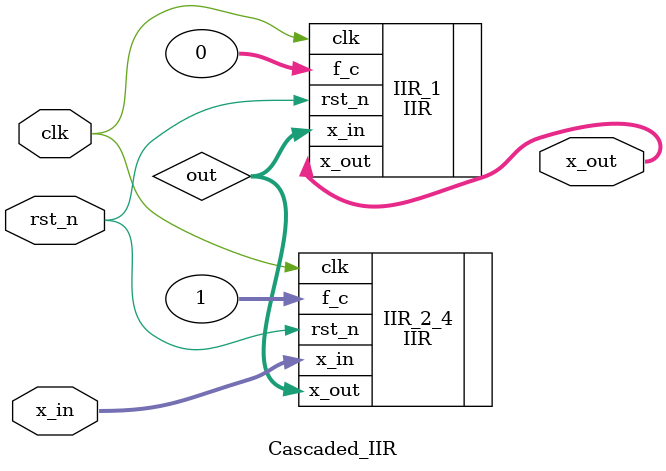
<source format=v>
module Cascaded_IIR #(parameter DATA_WIDTH = 16)(
    input wire clk, // 18MHz, to avoid CDC
    input wire rst_n,
    input wire signed [DATA_WIDTH-1:0] x_in,
    output reg signed [DATA_WIDTH-1:0] x_out
);

reg signed [DATA_WIDTH-1:0] out;

IIR #(.DATA_WIDTH(DATA_WIDTH)) IIR_2_4 (
    .clk(clk), // 18MHz, to avoid CDC
    .rst_n(rst_n),
    .f_c(1), // Centre Frequency 0 (1MHz) or 1 (2.4MHz) 
    .x_in(x_in),
    .x_out(out)
);

IIR #(.DATA_WIDTH(DATA_WIDTH)) IIR_1 (
    .clk(clk), // 18MHz, to avoid CDC
    .rst_n(rst_n),
    .f_c(0), // Centre Frequency 0 (1MHz) or 1 (2.4MHz) 
    .x_in(out),
    .x_out(x_out)
);

endmodule
</source>
